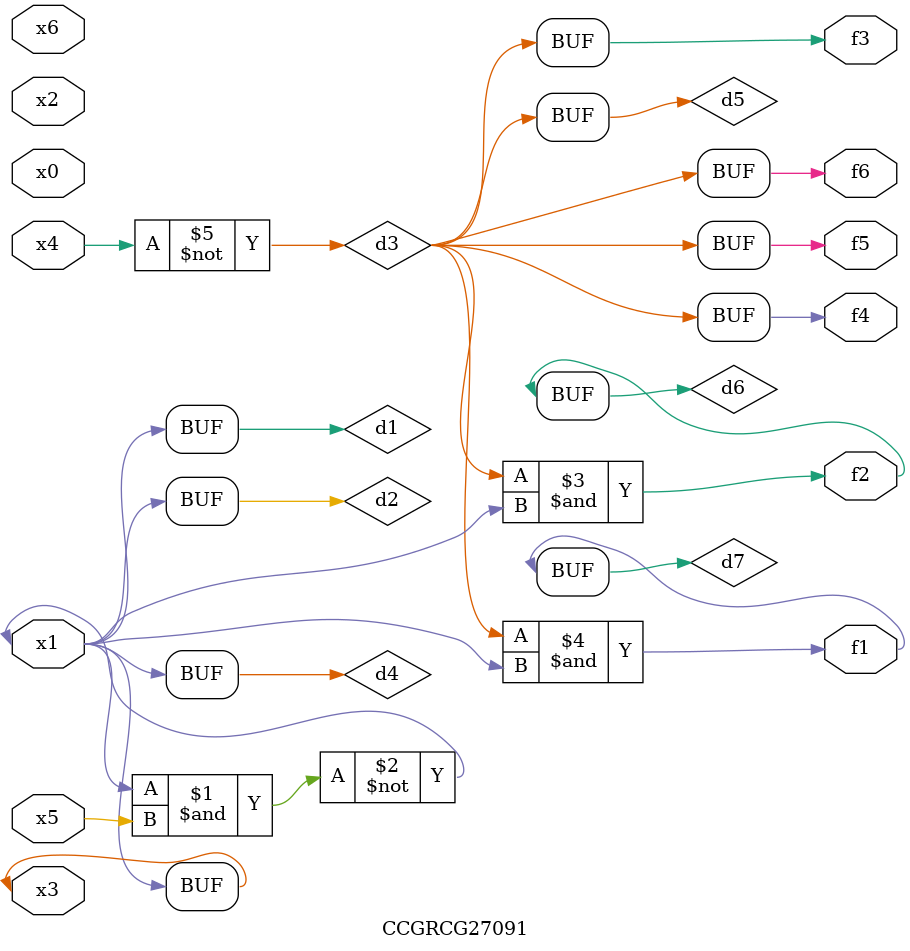
<source format=v>
module CCGRCG27091(
	input x0, x1, x2, x3, x4, x5, x6,
	output f1, f2, f3, f4, f5, f6
);

	wire d1, d2, d3, d4, d5, d6, d7;

	buf (d1, x1, x3);
	nand (d2, x1, x5);
	not (d3, x4);
	buf (d4, d1, d2);
	buf (d5, d3);
	and (d6, d3, d4);
	and (d7, d3, d4);
	assign f1 = d7;
	assign f2 = d6;
	assign f3 = d5;
	assign f4 = d5;
	assign f5 = d5;
	assign f6 = d5;
endmodule

</source>
